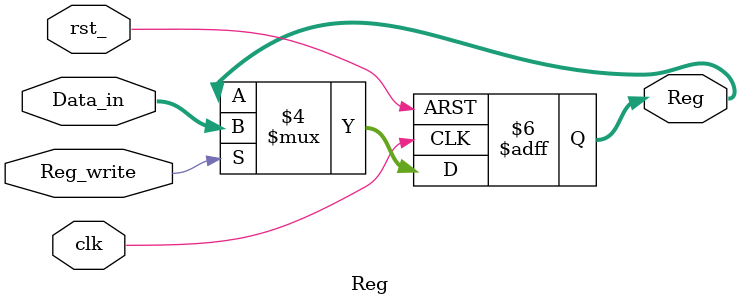
<source format=v>
`timescale 1ns / 1ps

module Reg(clk,rst_,Reg_write,Data_in,Reg);
    input clk,rst_,Reg_write;
    input [31:0]Data_in;
    output reg [31:0]Reg;
    
    initial Reg = 32'b0;

    always @(posedge clk or negedge rst_)
    begin
        if(!rst_) Reg <= 32'b0;
        else if (Reg_write) Reg <= Data_in;
    end
endmodule

</source>
